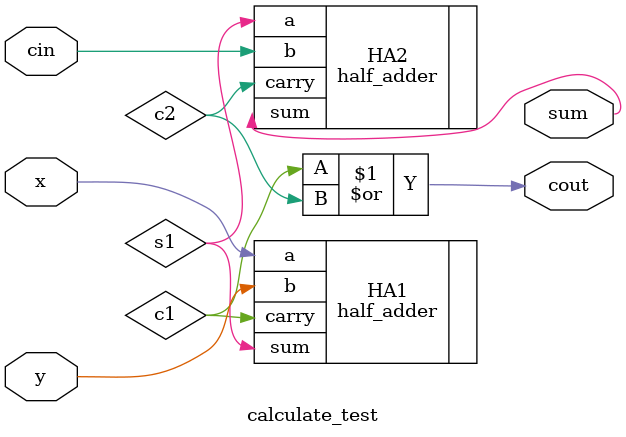
<source format=v>
module calculate_test(
    input x,y,cin,
    output sum,cout
);

    wire s1,c1,c2;

    half_adder HA1(
        .a(x),
        .b(y),
        .sum(s1),
        .carry(c1)
    );

    half_adder HA2(
        .a(s1),
        .b(cin),
        .sum(sum),
        .carry(c2)
    );

    assign cout=c1|c2;
endmodule

</source>
